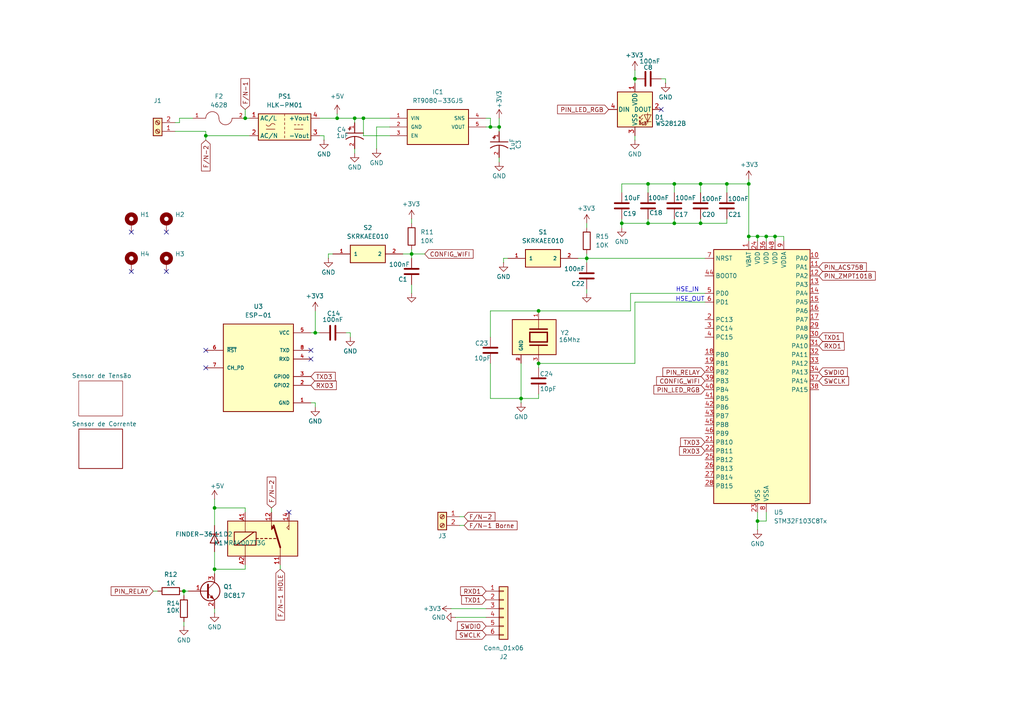
<source format=kicad_sch>
(kicad_sch (version 20231120) (generator "eeschema") (generator_version "8.0")
  (paper "A4")
  (title_block (title "Power Manegement") (date "11/01/2025") (rev "V1") (comment 2 "Trabalho de UPX - 5") (comment 3 "5° Semestre - Engenharia da Computação") (comment 4 "Feito por Kaique Vecchia Alves e Nathalia Atamanchuk"))
  (lib_symbols
    (symbol "4628:4628" (pin_names (offset 1.016))
      (property "Reference" "F" (at -2.54 5.08 0))
      (property "Value" "4628" (at -2.54 -5.08 0))
      (symbol "4628_0_0"
        (pin passive line (at -7.62 0 0) (length 2.54) (name "~") (number "1"))
        (pin passive line (at 7.62 0 180) (length 2.54) (name "~") (number "2"))
      )
    )
    (symbol "Connector:Screw_Terminal_01x02" (pin_names (offset 1.016) hide)
      (property "Reference" "J" (at 0 2.54 0))
      (property "Value" "Screw_Terminal_01x02" (at 0 -5.08 0))
      (symbol "Screw_Terminal_01x02_1_1"
        (pin passive line (at -5.08 0 0) (length 3.81) (name "Pin_1") (number "1"))
        (pin passive line (at -5.08 -2.54 0) (length 3.81) (name "Pin_2") (number "2"))
      )
    )
    (symbol "Connector_Generic:Conn_01x06" (pin_names (offset 1.016) hide)
      (property "Reference" "J" (at 0 7.62 0))
      (property "Value" "Conn_01x06" (at 0 -10.16 0))
      (symbol "Conn_01x06_1_1"
        (pin passive line (at -5.08 5.08 0) (length 3.81) (name "Pin_1") (number "1"))
        (pin passive line (at -5.08 2.54 0) (length 3.81) (name "Pin_2") (number "2"))
        (pin passive line (at -5.08 0 0) (length 3.81) (name "Pin_3") (number "3"))
        (pin passive line (at -5.08 -2.54 0) (length 3.81) (name "Pin_4") (number "4"))
        (pin passive line (at -5.08 -5.08 0) (length 3.81) (name "Pin_5") (number "5"))
        (pin passive line (at -5.08 -7.62 0) (length 3.81) (name "Pin_6") (number "6"))
      )
    )
    (symbol "Converter_ACDC:HLK-PM01"
      (property "Reference" "PS" (at 0 5.08 0))
      (property "Value" "HLK-PM01" (at 0 -5.08 0))
      (symbol "HLK-PM01_1_1"
        (pin power_in line (at -10.16 2.54 0) (length 2.54) (name "AC/L") (number "1"))
        (pin power_in line (at -10.16 -2.54 0) (length 2.54) (name "AC/N") (number "2"))
        (pin power_out line (at 10.16 -2.54 180) (length 2.54) (name "-Vout") (number "3"))
        (pin power_out line (at 10.16 2.54 180) (length 2.54) (name "+Vout") (number "4"))
      )
    )
    (symbol "Device:C" (pin_numbers hide) (pin_names (offset 0.254))
      (property "Reference" "C" (at 0.635 2.54 0))
      (property "Value" "C" (at 0.635 -2.54 0))
      (symbol "C_1_1"
        (pin passive line (at 0 3.81 270) (length 2.794) (name "~") (number "1"))
        (pin passive line (at 0 -3.81 90) (length 2.794) (name "~") (number "2"))
      )
    )
    (symbol "Device:R" (pin_numbers hide) (pin_names (offset 0))
      (property "Reference" "R" (at 2.032 0 90))
      (property "Value" "R" (at 0 0 90))
      (symbol "R_1_1"
        (pin passive line (at 0 3.81 270) (length 1.27) (name "~") (number "1"))
        (pin passive line (at 0 -3.81 90) (length 1.27) (name "~") (number "2"))
      )
    )
    (symbol "Diode:MRA4007T3G" (pin_numbers hide) (pin_names hide)
      (property "Reference" "D" (at 0 2.54 0))
      (property "Value" "MRA4007T3G" (at 0 -2.54 0))
      (symbol "MRA4007T3G_1_1"
        (pin passive line (at -3.81 0 0) (length 2.54) (name "K") (number "1"))
        (pin passive line (at 3.81 0 180) (length 2.54) (name "A") (number "2"))
      )
    )
    (symbol "ESP-01:ESP-01" (pin_names (offset 1.016))
      (property "Reference" "U" (at -10.16 13.208 0))
      (property "Value" "ESP-01" (at -10.16 -12.7 0))
      (symbol "ESP-01_0_0"
        (pin power_in line (at 15.24 -10.16 180) (length 5.08) (name "GND") (number "1"))
        (pin bidirectional line (at 15.24 -5.08 180) (length 5.08) (name "GPIO2") (number "2"))
        (pin bidirectional line (at 15.24 -2.54 180) (length 5.08) (name "GPIO0") (number "3"))
        (pin input line (at 15.24 2.54 180) (length 5.08) (name "RXD") (number "4"))
        (pin power_in line (at 15.24 10.16 180) (length 5.08) (name "VCC") (number "5"))
        (pin input line (at -15.24 5.08 0) (length 5.08) (name "~{RST}") (number "6"))
        (pin input line (at -15.24 0 0) (length 5.08) (name "CH_PD") (number "7"))
        (pin output line (at 15.24 5.08 180) (length 5.08) (name "TXD") (number "8"))
      )
    )
    (symbol "LED:WS2812B" (pin_names (offset 0.254))
      (property "Reference" "D" (at 5.08 5.715 0))
      (property "Value" "WS2812B" (at 1.27 -5.715 0))
      (symbol "WS2812B_0_0"
        (text "RGB" (at 2.286 -4.191 0) (effects (font (size 0.762 0.762))))
      )
      (symbol "WS2812B_1_1"
        (pin power_in line (at 0 7.62 270) (length 2.54) (name "VDD") (number "1"))
        (pin output line (at 7.62 0 180) (length 2.54) (name "DOUT") (number "2"))
        (pin power_in line (at 0 -7.62 90) (length 2.54) (name "VSS") (number "3"))
        (pin input line (at -7.62 0 0) (length 2.54) (name "DIN") (number "4"))
      )
    )
    (symbol "MCU_ST_STM32F1:STM32F103C8Tx"
      (property "Reference" "U" (at -12.7 39.37 0))
      (property "Value" "STM32F103C8Tx" (at 10.16 39.37 0))
      (symbol "STM32F103C8Tx_1_1"
        (pin power_in line (at -2.54 40.64 270) (length 2.54) (name "VBAT") (number "1"))
        (pin bidirectional line (at 17.78 35.56 180) (length 2.54) (name "PA0") (number "10"))
        (pin bidirectional line (at 17.78 33.02 180) (length 2.54) (name "PA1") (number "11"))
        (pin bidirectional line (at 17.78 30.48 180) (length 2.54) (name "PA2") (number "12"))
        (pin bidirectional line (at 17.78 27.94 180) (length 2.54) (name "PA3") (number "13"))
        (pin bidirectional line (at 17.78 25.4 180) (length 2.54) (name "PA4") (number "14"))
        (pin bidirectional line (at 17.78 22.86 180) (length 2.54) (name "PA5") (number "15"))
        (pin bidirectional line (at 17.78 20.32 180) (length 2.54) (name "PA6") (number "16"))
        (pin bidirectional line (at 17.78 17.78 180) (length 2.54) (name "PA7") (number "17"))
        (pin bidirectional line (at -15.24 7.62 0) (length 2.54) (name "PB0") (number "18"))
        (pin bidirectional line (at -15.24 5.08 0) (length 2.54) (name "PB1") (number "19"))
        (pin bidirectional line (at -15.24 17.78 0) (length 2.54) (name "PC13") (number "2"))
        (pin bidirectional line (at -15.24 2.54 0) (length 2.54) (name "PB2") (number "20"))
        (pin bidirectional line (at -15.24 -17.78 0) (length 2.54) (name "PB10") (number "21"))
        (pin bidirectional line (at -15.24 -20.32 0) (length 2.54) (name "PB11") (number "22"))
        (pin power_in line (at 0 -38.1 90) (length 2.54) (name "VSS") (number "23"))
        (pin power_in line (at 0 40.64 270) (length 2.54) (name "VDD") (number "24"))
        (pin bidirectional line (at -15.24 -22.86 0) (length 2.54) (name "PB12") (number "25"))
        (pin bidirectional line (at -15.24 -25.4 0) (length 2.54) (name "PB13") (number "26"))
        (pin bidirectional line (at -15.24 -27.94 0) (length 2.54) (name "PB14") (number "27"))
        (pin bidirectional line (at -15.24 -30.48 0) (length 2.54) (name "PB15") (number "28"))
        (pin bidirectional line (at 17.78 15.24 180) (length 2.54) (name "PA8") (number "29"))
        (pin bidirectional line (at -15.24 15.24 0) (length 2.54) (name "PC14") (number "3"))
        (pin bidirectional line (at 17.78 12.7 180) (length 2.54) (name "PA9") (number "30"))
        (pin bidirectional line (at 17.78 10.16 180) (length 2.54) (name "PA10") (number "31"))
        (pin bidirectional line (at 17.78 7.62 180) (length 2.54) (name "PA11") (number "32"))
        (pin bidirectional line (at 17.78 5.08 180) (length 2.54) (name "PA12") (number "33"))
        (pin bidirectional line (at 17.78 2.54 180) (length 2.54) (name "PA13") (number "34"))
        (pin passive line (at 0 -38.1 90) (length 2.54) hide (name "VSS") (number "35"))
        (pin power_in line (at 2.54 40.64 270) (length 2.54) (name "VDD") (number "36"))
        (pin bidirectional line (at 17.78 0 180) (length 2.54) (name "PA14") (number "37"))
        (pin bidirectional line (at 17.78 -2.54 180) (length 2.54) (name "PA15") (number "38"))
        (pin bidirectional line (at -15.24 0 0) (length 2.54) (name "PB3") (number "39"))
        (pin bidirectional line (at -15.24 12.7 0) (length 2.54) (name "PC15") (number "4"))
        (pin bidirectional line (at -15.24 -2.54 0) (length 2.54) (name "PB4") (number "40"))
        (pin bidirectional line (at -15.24 -5.08 0) (length 2.54) (name "PB5") (number "41"))
        (pin bidirectional line (at -15.24 -7.62 0) (length 2.54) (name "PB6") (number "42"))
        (pin bidirectional line (at -15.24 -10.16 0) (length 2.54) (name "PB7") (number "43"))
        (pin input line (at -15.24 30.48 0) (length 2.54) (name "BOOT0") (number "44"))
        (pin bidirectional line (at -15.24 -12.7 0) (length 2.54) (name "PB8") (number "45"))
        (pin bidirectional line (at -15.24 -15.24 0) (length 2.54) (name "PB9") (number "46"))
        (pin passive line (at 0 -38.1 90) (length 2.54) hide (name "VSS") (number "47"))
        (pin power_in line (at 5.08 40.64 270) (length 2.54) (name "VDD") (number "48"))
        (pin bidirectional line (at -15.24 25.4 0) (length 2.54) (name "PD0") (number "5"))
        (pin bidirectional line (at -15.24 22.86 0) (length 2.54) (name "PD1") (number "6"))
        (pin input line (at -15.24 35.56 0) (length 2.54) (name "NRST") (number "7"))
        (pin power_in line (at 2.54 -38.1 90) (length 2.54) (name "VSSA") (number "8"))
        (pin power_in line (at 7.62 40.64 270) (length 2.54) (name "VDDA") (number "9"))
      )
    )
    (symbol "Mechanical:MountingHole_Pad" (pin_numbers hide) (pin_names (offset 1.016) hide) (exclude_from_sim yes) (in_bom no)
      (property "Reference" "H" (at 0 6.35 0))
      (property "Value" "MountingHole_Pad" (at 0 4.445 0))
      (symbol "MountingHole_Pad_1_1"
        (pin input line (at 0 -2.54 90) (length 2.54) (name "1") (number "1"))
      )
    )
    (symbol "RT9080-33GJ5:RT9080-33GJ5" (pin_names (offset 1.016))
      (property "Reference" "IC" (at 24.13 7.62 0))
      (property "Value" "RT9080-33GJ5" (at 24.13 5.08 0))
      (symbol "RT9080-33GJ5_0_0"
        (pin bidirectional line (at 0 0 0) (length 5.08) (name "VIN") (number "1"))
        (pin bidirectional line (at 0 -2.54 0) (length 5.08) (name "GND") (number "2"))
        (pin bidirectional line (at 0 -5.08 0) (length 5.08) (name "EN") (number "3"))
        (pin bidirectional line (at 27.94 0 180) (length 5.08) (name "SNS") (number "4"))
        (pin bidirectional line (at 27.94 -2.54 180) (length 5.08) (name "VOUT") (number "5"))
      )
    )
    (symbol "Relay:FINDER-36.11"
      (property "Reference" "K" (at 11.43 3.81 0))
      (property "Value" "FINDER-36.11" (at 11.43 1.27 0))
      (symbol "FINDER-36.11_1_1"
        (pin passive line (at 5.08 -7.62 90) (length 2.54) (name "~") (number "11"))
        (pin passive line (at 2.54 7.62 270) (length 2.54) (name "~") (number "12"))
        (pin passive line (at 7.62 7.62 270) (length 2.54) (name "~") (number "14"))
        (pin passive line (at -5.08 7.62 270) (length 2.54) (name "~") (number "A1"))
        (pin passive line (at -5.08 -7.62 90) (length 2.54) (name "~") (number "A2"))
      )
    )
    (symbol "SKRKAEE010:SKRKAEE010" (pin_names (offset 1.016))
      (property "Reference" "S" (at 10.1893 5.0946 0))
      (property "Value" "SKRKAEE010" (at 10.1811 -5.0906 0))
      (symbol "SKRKAEE010_0_0"
        (pin passive line (at 0 0 0) (length 5.08) (name "1") (number "1"))
        (pin passive line (at 20.32 0 180) (length 5.08) (name "2") (number "2"))
      )
    )
    (symbol "T491A105M025AG:T491A105M025AG" (pin_names (offset 1.016))
      (property "Reference" "C" (at -5.08 3.8109 0))
      (property "Value" "T491A105M025AG" (at -5.08 -5.0885 0))
      (symbol "T491A105M025AG_0_0"
        (pin passive line (at -5.08 0 0) (length 2.54) (name "~") (number "1"))
        (pin passive line (at 2.54 0 180) (length 2.54) (name "~") (number "2"))
      )
    )
    (symbol "TSX-3225_25.0000MF10Z-W:TSX-3225_25.0000MF10Z-W" (pin_names (offset 1.016))
      (property "Reference" "Y" (at -5.0878 6.3559 0))
      (property "Value" "TSX-3225_25.0000MF10Z-W" (at -5.0944 -10.16 0))
      (symbol "TSX-3225_25.0000MF10Z-W_0_0"
        (pin passive line (at -7.62 0 0) (length 2.54) (name "~") (number "1"))
        (pin power_in line (at 7.62 -5.08 180) (length 2.54) (name "GND") (number "2"))
        (pin passive line (at 7.62 0 180) (length 2.54) (name "~") (number "3"))
        (pin power_in line (at 7.62 -5.08 180) (length 2.54) (name "GND") (number "4"))
      )
    )
    (symbol "Transistor_BJT:BC817" (pin_names (offset 0) hide)
      (property "Reference" "Q" (at 5.08 1.905 0))
      (property "Value" "BC817" (at 5.08 0 0))
      (symbol "BC817_1_1"
        (pin input line (at -5.08 0 0) (length 5.715) (name "B") (number "1"))
        (pin passive line (at 2.54 -5.08 90) (length 2.54) (name "E") (number "2"))
        (pin passive line (at 2.54 5.08 270) (length 2.54) (name "C") (number "3"))
      )
    )
    (symbol "power:+3V3" (power) (pin_numbers hide) (pin_names (offset 0) hide)
      (property "Value" "+3V3" (at 0 3.556 0))
      (symbol "+3V3_1_1"
        (pin power_in line (at 0 0 90) (length 0) (name "~") (number "1"))
      )
    )
    (symbol "power:+5V" (power) (pin_numbers hide) (pin_names (offset 0) hide)
      (property "Value" "+5V" (at 0 3.556 0))
      (symbol "+5V_1_1"
        (pin power_in line (at 0 0 90) (length 0) (name "~") (number "1"))
      )
    )
    (symbol "power:GND" (power) (pin_numbers hide) (pin_names (offset 0) hide)
      (property "Value" "GND" (at 0 -3.81 0))
      (symbol "GND_1_1"
        (pin power_in line (at 0 0 270) (length 0) (name "~") (number "1"))
      )
    )
  )
  (junction (at 184.15 22.86))
  (junction (at 203.2 64.77))
  (junction (at 142.24 36.83))
  (junction (at 151.13 115.57))
  (junction (at 217.17 53.34))
  (junction (at 71.12 34.29))
  (junction (at 224.79 68.58))
  (junction (at 187.96 53.34))
  (junction (at 217.17 68.58))
  (junction (at 102.87 34.29))
  (junction (at 59.69 39.37))
  (junction (at 219.71 151.13))
  (junction (at 170.18 74.93))
  (junction (at 195.58 64.77))
  (junction (at 219.71 68.58))
  (junction (at 156.21 105.41))
  (junction (at 156.21 90.17))
  (junction (at 62.23 147.32))
  (junction (at 144.78 36.83))
  (junction (at 62.23 165.1))
  (junction (at 203.2 53.34))
  (junction (at 105.41 34.29))
  (junction (at 222.25 68.58))
  (junction (at 119.38 73.66))
  (junction (at 210.82 53.34))
  (junction (at 53.34 171.45))
  (junction (at 195.58 53.34))
  (junction (at 97.79 34.29))
  (junction (at 91.44 96.52))
  (junction (at 180.34 64.77))
  (junction (at 187.96 64.77))
  (no_connect (at 48.26 78.74))
  (no_connect (at 83.82 148.59))
  (no_connect (at 90.17 101.6))
  (no_connect (at 90.17 104.14))
  (no_connect (at 38.1 78.74))
  (no_connect (at 48.26 67.31))
  (no_connect (at 59.69 101.6))
  (no_connect (at 38.1 67.31))
  (no_connect (at 59.69 106.68))
  (no_connect (at 191.77 31.75))
  (wire (pts (xy 195.58 53.34) (xy 203.2 53.34)))
  (wire (pts (xy 210.82 53.34) (xy 217.17 53.34)))
  (wire (pts (xy 193.04 24.13) (xy 193.04 22.86)))
  (wire (pts (xy 140.97 176.53) (xy 130.81 176.53)))
  (wire (pts (xy 133.35 152.4) (xy 134.62 152.4)))
  (wire (pts (xy 97.79 34.29) (xy 102.87 34.29)))
  (wire (pts (xy 180.34 53.34) (xy 187.96 53.34)))
  (wire (pts (xy 142.24 115.57) (xy 151.13 115.57)))
  (wire (pts (xy 144.78 36.83) (xy 144.78 38.1)))
  (wire (pts (xy 156.21 90.17) (xy 182.88 90.17)))
  (wire (pts (xy 50.8 38.1) (xy 59.69 38.1)))
  (wire (pts (xy 91.44 90.17) (xy 91.44 96.52)))
  (wire (pts (xy 219.71 151.13) (xy 219.71 153.67)))
  (wire (pts (xy 101.6 96.52) (xy 100.33 96.52)))
  (wire (pts (xy 71.12 147.32) (xy 62.23 147.32)))
  (wire (pts (xy 219.71 148.59) (xy 219.71 151.13)))
  (wire (pts (xy 95.25 74.93) (xy 95.25 73.66)))
  (wire (pts (xy 210.82 53.34) (xy 210.82 55.88)))
  (wire (pts (xy 195.58 53.34) (xy 195.58 55.88)))
  (wire (pts (xy 144.78 34.29) (xy 144.78 36.83)))
  (wire (pts (xy 184.15 87.63) (xy 184.15 105.41)))
  (wire (pts (xy 222.25 148.59) (xy 222.25 151.13)))
  (wire (pts (xy 193.04 22.86) (xy 191.77 22.86)))
  (wire (pts (xy 156.21 115.57) (xy 151.13 115.57)))
  (wire (pts (xy 210.82 64.77) (xy 203.2 64.77)))
  (wire (pts (xy 109.22 43.18) (xy 109.22 36.83)))
  (wire (pts (xy 217.17 68.58) (xy 219.71 68.58)))
  (wire (pts (xy 62.23 144.78) (xy 62.23 147.32)))
  (wire (pts (xy 187.96 53.34) (xy 195.58 53.34)))
  (wire (pts (xy 184.15 39.37) (xy 184.15 40.64)))
  (wire (pts (xy 62.23 165.1) (xy 62.23 166.37)))
  (wire (pts (xy 97.79 33.02) (xy 97.79 34.29)))
  (wire (pts (xy 195.58 64.77) (xy 203.2 64.77)))
  (wire (pts (xy 91.44 96.52) (xy 90.17 96.52)))
  (wire (pts (xy 101.6 97.79) (xy 101.6 96.52)))
  (wire (pts (xy 203.2 53.34) (xy 203.2 55.88)))
  (wire (pts (xy 71.12 165.1) (xy 71.12 163.83)))
  (wire (pts (xy 71.12 31.75) (xy 71.12 34.29)))
  (wire (pts (xy 53.34 180.34) (xy 53.34 181.61)))
  (wire (pts (xy 203.2 53.34) (xy 210.82 53.34)))
  (wire (pts (xy 59.69 39.37) (xy 59.69 38.1)))
  (wire (pts (xy 102.87 43.18) (xy 102.87 44.45)))
  (wire (pts (xy 71.12 34.29) (xy 72.39 34.29)))
  (wire (pts (xy 156.21 105.41) (xy 156.21 106.68)))
  (wire (pts (xy 78.74 147.32) (xy 78.74 148.59)))
  (wire (pts (xy 180.34 63.5) (xy 180.34 64.77)))
  (wire (pts (xy 146.05 74.93) (xy 147.32 74.93)))
  (wire (pts (xy 52.07 35.56) (xy 50.8 35.56)))
  (wire (pts (xy 91.44 116.84) (xy 90.17 116.84)))
  (wire (pts (xy 93.98 39.37) (xy 93.98 40.64)))
  (wire (pts (xy 93.98 39.37) (xy 92.71 39.37)))
  (wire (pts (xy 144.78 45.72) (xy 144.78 46.99)))
  (wire (pts (xy 224.79 68.58) (xy 224.79 69.85)))
  (wire (pts (xy 142.24 105.41) (xy 142.24 115.57)))
  (wire (pts (xy 116.84 73.66) (xy 119.38 73.66)))
  (wire (pts (xy 170.18 74.93) (xy 204.47 74.93)))
  (wire (pts (xy 62.23 160.02) (xy 62.23 165.1)))
  (wire (pts (xy 195.58 64.77) (xy 187.96 64.77)))
  (wire (pts (xy 133.35 149.86) (xy 134.62 149.86)))
  (wire (pts (xy 170.18 73.66) (xy 170.18 74.93)))
  (wire (pts (xy 142.24 34.29) (xy 142.24 36.83)))
  (wire (pts (xy 184.15 22.86) (xy 184.15 24.13)))
  (wire (pts (xy 151.13 115.57) (xy 151.13 116.84)))
  (wire (pts (xy 109.22 36.83) (xy 113.03 36.83)))
  (wire (pts (xy 105.41 34.29) (xy 105.41 39.37)))
  (wire (pts (xy 119.38 72.39) (xy 119.38 73.66)))
  (wire (pts (xy 170.18 74.93) (xy 170.18 76.2)))
  (wire (pts (xy 53.34 171.45) (xy 54.61 171.45)))
  (wire (pts (xy 156.21 105.41) (xy 184.15 105.41)))
  (wire (pts (xy 52.07 34.29) (xy 55.88 34.29)))
  (wire (pts (xy 92.71 34.29) (xy 97.79 34.29)))
  (wire (pts (xy 142.24 36.83) (xy 144.78 36.83)))
  (wire (pts (xy 102.87 34.29) (xy 105.41 34.29)))
  (wire (pts (xy 119.38 82.55) (xy 119.38 85.09)))
  (wire (pts (xy 182.88 90.17) (xy 182.88 85.09)))
  (wire (pts (xy 219.71 68.58) (xy 222.25 68.58)))
  (wire (pts (xy 187.96 63.5) (xy 187.96 64.77)))
  (wire (pts (xy 217.17 53.34) (xy 217.17 68.58)))
  (wire (pts (xy 217.17 52.07) (xy 217.17 53.34)))
  (wire (pts (xy 222.25 151.13) (xy 219.71 151.13)))
  (wire (pts (xy 140.97 179.07) (xy 132.08 179.07)))
  (wire (pts (xy 146.05 76.2) (xy 146.05 74.93)))
  (wire (pts (xy 167.64 74.93) (xy 170.18 74.93)))
  (wire (pts (xy 219.71 68.58) (xy 219.71 69.85)))
  (wire (pts (xy 95.25 73.66) (xy 96.52 73.66)))
  (wire (pts (xy 195.58 63.5) (xy 195.58 64.77)))
  (wire (pts (xy 113.03 39.37) (xy 105.41 39.37)))
  (wire (pts (xy 142.24 90.17) (xy 156.21 90.17)))
  (wire (pts (xy 170.18 83.82) (xy 170.18 85.09)))
  (wire (pts (xy 156.21 114.3) (xy 156.21 115.57)))
  (wire (pts (xy 203.2 64.77) (xy 203.2 63.5)))
  (wire (pts (xy 210.82 63.5) (xy 210.82 64.77)))
  (wire (pts (xy 180.34 53.34) (xy 180.34 55.88)))
  (wire (pts (xy 62.23 147.32) (xy 62.23 152.4)))
  (wire (pts (xy 71.12 147.32) (xy 71.12 148.59)))
  (wire (pts (xy 71.12 165.1) (xy 62.23 165.1)))
  (wire (pts (xy 180.34 64.77) (xy 187.96 64.77)))
  (wire (pts (xy 52.07 34.29) (xy 52.07 35.56)))
  (wire (pts (xy 119.38 63.5) (xy 119.38 64.77)))
  (wire (pts (xy 72.39 39.37) (xy 59.69 39.37)))
  (wire (pts (xy 227.33 69.85) (xy 227.33 68.58)))
  (wire (pts (xy 142.24 90.17) (xy 142.24 97.79)))
  (wire (pts (xy 180.34 64.77) (xy 180.34 66.04)))
  (wire (pts (xy 140.97 36.83) (xy 142.24 36.83)))
  (wire (pts (xy 184.15 20.32) (xy 184.15 22.86)))
  (wire (pts (xy 62.23 176.53) (xy 62.23 177.8)))
  (wire (pts (xy 204.47 87.63) (xy 184.15 87.63)))
  (wire (pts (xy 224.79 68.58) (xy 227.33 68.58)))
  (wire (pts (xy 81.28 163.83) (xy 81.28 165.1)))
  (wire (pts (xy 45.72 171.45) (xy 44.45 171.45)))
  (wire (pts (xy 170.18 64.77) (xy 170.18 66.04)))
  (wire (pts (xy 217.17 68.58) (xy 217.17 69.85)))
  (wire (pts (xy 53.34 171.45) (xy 53.34 172.72)))
  (wire (pts (xy 102.87 34.29) (xy 102.87 35.56)))
  (wire (pts (xy 222.25 68.58) (xy 222.25 69.85)))
  (wire (pts (xy 119.38 73.66) (xy 119.38 74.93)))
  (wire (pts (xy 91.44 96.52) (xy 92.71 96.52)))
  (wire (pts (xy 105.41 34.29) (xy 113.03 34.29)))
  (wire (pts (xy 91.44 118.11) (xy 91.44 116.84)))
  (wire (pts (xy 182.88 85.09) (xy 204.47 85.09)))
  (wire (pts (xy 119.38 73.66) (xy 123.19 73.66)))
  (wire (pts (xy 140.97 34.29) (xy 142.24 34.29)))
  (wire (pts (xy 151.13 105.41) (xy 151.13 115.57)))
  (wire (pts (xy 222.25 68.58) (xy 224.79 68.58)))
  (wire (pts (xy 187.96 53.34) (xy 187.96 55.88)))
  (wire (pts (xy 59.69 39.37) (xy 59.69 40.64)))
  (text "HSE_IN\n" (at 199.39 84.074 0) (effects (font (size 1.27 1.27))))
  (text "HSE_OUT" (at 200.152 86.868 0) (effects (font (size 1.27 1.27))))
  (global_label "F{slash}N-1 HOLE" (shape input) (at 81.28 165.1 270) (property "Intersheetrefs" "${INTERSHEET_REFS}" (effects (hide yes))))
  (global_label "F{slash}N-2" (shape input) (at 78.74 147.32 90) (property "Intersheetrefs" "${INTERSHEET_REFS}" (effects (hide yes))))
  (global_label "PIN_LED_RGB" (shape input) (at 176.53 31.75 180) (property "Intersheetrefs" "${INTERSHEET_REFS}" (effects (hide yes))))
  (global_label "SWDIO" (shape input) (at 140.97 181.61 180) (property "Intersheetrefs" "${INTERSHEET_REFS}" (effects (hide yes))))
  (global_label "CONFIG_WIFI" (shape input) (at 204.47 110.49 180) (property "Intersheetrefs" "${INTERSHEET_REFS}" (effects (hide yes))))
  (global_label "TXD3" (shape input) (at 204.47 128.27 180) (property "Intersheetrefs" "${INTERSHEET_REFS}" (effects (hide yes))))
  (global_label "TXD1" (shape input) (at 140.97 173.99 180) (property "Intersheetrefs" "${INTERSHEET_REFS}" (effects (hide yes))))
  (global_label "PIN_ACS758" (shape input) (at 237.49 77.47 0) (property "Intersheetrefs" "${INTERSHEET_REFS}" (effects (hide yes))))
  (global_label "TXD1" (shape input) (at 237.49 97.79 0) (property "Intersheetrefs" "${INTERSHEET_REFS}" (effects (hide yes))))
  (global_label "SWCLK" (shape input) (at 237.49 110.49 0) (property "Intersheetrefs" "${INTERSHEET_REFS}" (effects (hide yes))))
  (global_label "RXD1" (shape input) (at 140.97 171.45 180) (property "Intersheetrefs" "${INTERSHEET_REFS}" (effects (hide yes))))
  (global_label "SWDIO" (shape input) (at 237.49 107.95 0) (property "Intersheetrefs" "${INTERSHEET_REFS}" (effects (hide yes))))
  (global_label "SWCLK" (shape input) (at 140.97 184.15 180) (property "Intersheetrefs" "${INTERSHEET_REFS}" (effects (hide yes))))
  (global_label "F{slash}N-2" (shape input) (at 134.62 149.86 0) (property "Intersheetrefs" "${INTERSHEET_REFS}" (effects (hide yes))))
  (global_label "PIN_RELAY" (shape input) (at 44.45 171.45 180) (property "Intersheetrefs" "${INTERSHEET_REFS}" (effects (hide yes))))
  (global_label "RXD3" (shape input) (at 90.17 111.76 0) (property "Intersheetrefs" "${INTERSHEET_REFS}" (effects (hide yes))))
  (global_label "TXD3" (shape input) (at 90.17 109.22 0) (property "Intersheetrefs" "${INTERSHEET_REFS}" (effects (hide yes))))
  (global_label "RXD3" (shape input) (at 204.47 130.81 180) (property "Intersheetrefs" "${INTERSHEET_REFS}" (effects (hide yes))))
  (global_label "RXD1" (shape input) (at 237.49 100.33 0) (property "Intersheetrefs" "${INTERSHEET_REFS}" (effects (hide yes))))
  (global_label "PIN_LED_RGB" (shape input) (at 204.47 113.03 180) (property "Intersheetrefs" "${INTERSHEET_REFS}" (effects (hide yes))))
  (global_label "F{slash}N-1 Borne" (shape input) (at 134.62 152.4 0) (property "Intersheetrefs" "${INTERSHEET_REFS}" (effects (hide yes))))
  (global_label "PIN_ZMPT101B" (shape input) (at 237.49 80.01 0) (property "Intersheetrefs" "${INTERSHEET_REFS}" (effects (hide yes))))
  (global_label "PIN_RELAY" (shape input) (at 204.47 107.95 180) (property "Intersheetrefs" "${INTERSHEET_REFS}" (effects (hide yes))))
  (global_label "CONFIG_WIFI" (shape input) (at 123.19 73.66 0) (property "Intersheetrefs" "${INTERSHEET_REFS}" (effects (hide yes))))
  (global_label "F{slash}N-1" (shape input) (at 71.12 31.75 90) (property "Intersheetrefs" "${INTERSHEET_REFS}" (effects (hide yes))))
  (global_label "F{slash}N-2" (shape input) (at 59.69 40.64 270) (property "Intersheetrefs" "${INTERSHEET_REFS}" (effects (hide yes))))
  (symbol (lib_id "power:GND") (at 193.04 24.13 0) (unit 1)
    (property "Reference" "#PWR012" (effects (hide yes)))
    (property "Value" "GND" (at 193.04 28.194 0))
    (property "Description" "Power symbol creates a global label with name \"GND\" , ground" (effects (hide yes)))
  )
  (symbol (lib_id "T491A105M025AG:T491A105M025AG") (at 102.87 40.64 270) (unit 1)
    (property "Reference" "C4" (at 99.06 37.592 90))
    (property "Value" "1uF" (at 99.314 39.37 90))
    (property "Footprint" "T491A105M025AG:CAPMP3216X180N" (effects (hide yes)))
    (property "MF" "KEMET" (effects (hide yes)))
    (property "MAXIMUM_PACKAGE_HEIGHT" "1.8 mm" (effects (hide yes)))
    (property "Package" "SMD-2 KEMET" (effects (hide yes)))
    (property "Price" "None" (effects (hide yes)))
    (property "Check_prices" "https://www.snapeda.com/parts/T491A105M025AG/KEMET/view-part/?ref=eda" (effects (hide yes)))
    (property "STANDARD" "IPC 7351B" (effects (hide yes)))
    (property "PARTREV" "N/A" (effects (hide yes)))
    (property "SnapEDA_Link" "https://www.snapeda.com/parts/T491A105M025AG/KEMET/view-part/?ref=snap" (effects (hide yes)))
    (property "MP" "T491A105M025AG" (effects (hide yes)))
    (property "Description_1" "\n1µF Molded Tantalum Capacitors 25V 1206 (3216 Metric) 8Ohm\n" (effects (hide yes)))
    (property "Availability" "In Stock" (effects (hide yes)))
    (property "MANUFACTURER" "KEMET" (effects (hide yes)))
  )
  (symbol (lib_id "power:+3V3") (at 144.78 34.29 0) (unit 1)
    (property "Reference" "#PWR016" (effects (hide yes)))
    (property "Value" "+3V3" (at 144.78 31.496 90) (effects (justify left)))
    (property "Description" "Power symbol creates a global label with name \"+3V3\"" (effects (hide yes)))
  )
  (symbol (lib_id "Device:R") (at 170.18 69.85 0) (unit 1)
    (property "Reference" "R15" (at 172.72 68.5799 0) (effects (justify left)))
    (property "Value" "10K" (at 172.72 71.1199 0) (effects (justify left)))
    (property "Footprint" "Resistor_SMD:R_0805_2012Metric_Pad1.20x1.40mm_HandSolder" (effects (hide yes)))
    (property "Description" "Resistor" (effects (hide yes)))
  )
  (symbol (lib_id "power:GND") (at 109.22 43.18 0) (unit 1)
    (property "Reference" "#PWR04" (effects (hide yes)))
    (property "Value" "GND" (at 109.22 47.244 0))
    (property "Description" "Power symbol creates a global label with name \"GND\" , ground" (effects (hide yes)))
  )
  (symbol (lib_id "power:+5V") (at 62.23 144.78 0) (unit 1)
    (property "Reference" "#PWR028" (effects (hide yes)))
    (property "Value" "+5V" (at 60.96 140.97 0) (effects (justify left)))
    (property "Description" "Power symbol creates a global label with name \"+5V\"" (effects (hide yes)))
  )
  (symbol (lib_id "Device:C") (at 187.96 59.69 0) (mirror x) (unit 1)
    (property "Reference" "C18" (at 190.246 61.722 0))
    (property "Value" "100nF" (at 191.008 57.404 0))
    (property "Footprint" "Capacitor_SMD:C_0805_2012Metric" (effects (hide yes)))
    (property "Description" "Unpolarized capacitor" (effects (hide yes)))
  )
  (symbol (lib_id "Diode:MRA4007T3G") (at 62.23 156.21 270) (unit 1)
    (property "Reference" "D2" (at 64.77 154.9399 90) (effects (justify left)))
    (property "Value" "MRA4007T3G" (at 64.77 157.4799 90) (effects (justify left)))
    (property "Footprint" "Diode_SMD:D_SMA_Handsoldering" (effects (hide yes)))
    (property "Datasheet" "http://www.onsemi.com/pub_link/Collateral/MRA4003T3-D.PDF" (effects (hide yes)))
    (property "Description" "1000V, 1A, General Purpose Rectifier Diode, SMA(DO-214AC)" (effects (hide yes)))
    (property "Sim.Device" "D" (effects (hide yes)))
    (property "Sim.Pins" "1=K 2=A" (effects (hide yes)))
  )
  (symbol (lib_id "Connector:Screw_Terminal_01x02") (at 128.27 149.86 0) (mirror y) (unit 1)
    (property "Reference" "J3" (at 128.27 155.448 0))
    (property "Value" "Screw_Terminal_01x02" (effects (hide yes)))
    (property "Footprint" "TerminalBlock:TerminalBlock_Altech_AK300-2_P5.00mm" (effects (hide yes)))
    (property "Description" "Generic screw terminal, single row, 01x02, script generated (kicad-library-utils/schlib/autogen/connector/)" (effects (hide yes)))
  )
  (symbol (lib_id "Connector_Generic:Conn_01x06") (at 146.05 176.53 0) (unit 1)
    (property "Reference" "J2" (at 146.05 190.5 0))
    (property "Value" "Conn_01x06" (at 146.05 187.96 0))
    (property "Footprint" "Connector_Molex:Molex_KK-254_AE-6410-06A_1x06_P2.54mm_Vertical" (effects (hide yes)))
    (property "Description" "Generic connector, single row, 01x06, script generated (kicad-library-utils/schlib/autogen/connector/)" (effects (hide yes)))
  )
  (symbol (lib_id "power:GND") (at 184.15 40.64 0) (unit 1)
    (property "Reference" "#PWR011" (effects (hide yes)))
    (property "Value" "GND" (at 184.15 44.704 0))
    (property "Description" "Power symbol creates a global label with name \"GND\" , ground" (effects (hide yes)))
  )
  (symbol (lib_id "Device:C") (at 203.2 59.69 0) (mirror x) (unit 1)
    (property "Reference" "C20" (at 205.486 62.23 0))
    (property "Value" "100nF" (at 206.502 57.658 0))
    (property "Footprint" "Capacitor_SMD:C_0805_2012Metric" (effects (hide yes)))
    (property "Description" "Unpolarized capacitor" (effects (hide yes)))
  )
  (symbol (lib_id "Relay:FINDER-36.11") (at 76.2 156.21 0) (unit 1)
    (property "Reference" "K1" (at 64.77 157.4801 0) (effects (justify right)))
    (property "Value" "FINDER-36.11" (at 64.77 154.9401 0) (effects (justify right)))
    (property "Footprint" "Relay_THT:Relay_SPDT_Finder_36.11" (effects (hide yes)))
    (property "Datasheet" "https://gfinder.findernet.com/public/attachments/36/EN/S36EN.pdf" (effects (hide yes)))
    (property "Description" "FINDER 36.11, SPDT relay, 10A" (effects (hide yes)))
  )
  (symbol (lib_id "power:GND") (at 219.71 153.67 0) (unit 1)
    (property "Reference" "#PWR034" (effects (hide yes)))
    (property "Value" "GND" (at 219.71 157.734 0))
    (property "Description" "Power symbol creates a global label with name \"GND\" , ground" (effects (hide yes)))
  )
  (symbol (lib_id "Device:C") (at 210.82 59.69 0) (mirror x) (unit 1)
    (property "Reference" "C21" (at 213.106 62.23 0))
    (property "Value" "100nF" (at 214.122 57.658 0))
    (property "Footprint" "Capacitor_SMD:C_0805_2012Metric" (effects (hide yes)))
    (property "Description" "Unpolarized capacitor" (effects (hide yes)))
  )
  (symbol (lib_id "power:GND") (at 53.34 181.61 0) (mirror y) (unit 1)
    (property "Reference" "#PWR035" (effects (hide yes)))
    (property "Value" "GND" (at 53.34 185.674 0))
    (property "Description" "Power symbol creates a global label with name \"GND\" , ground" (effects (hide yes)))
  )
  (symbol (lib_id "power:GND") (at 146.05 76.2 0) (unit 1)
    (property "Reference" "#PWR038" (effects (hide yes)))
    (property "Value" "GND" (at 146.05 80.264 0))
    (property "Description" "Power symbol creates a global label with name \"GND\" , ground" (effects (hide yes)))
  )
  (symbol (lib_id "TSX-3225_25.0000MF10Z-W:TSX-3225_25.0000MF10Z-W") (at 156.21 97.79 270) (unit 1)
    (property "Reference" "Y2" (at 162.56 96.5199 90) (effects (justify left)))
    (property "Value" "16Mhz" (at 162.052 98.552 90) (effects (justify left)))
    (property "Footprint" "TSX-3225_25.0000MF10Z-W:XTAL_TSX-3225_25.0000MF10Z-W" (effects (hide yes)))
    (property "MF" "EPSON" (effects (hide yes)))
    (property "MAXIMUM_PACKAGE_HEIGHT" "0.6 mm" (effects (hide yes)))
    (property "Package" "NON STANDARD-4 EPSON" (effects (hide yes)))
    (property "Price" "None" (effects (hide yes)))
    (property "Check_prices" "https://www.snapeda.com/parts/TSX-3225%2025.0000MF10Z-W/EPSON/view-part/?ref=eda" (effects (hide yes)))
    (property "STANDARD" "Manufacturer Recommendations" (effects (hide yes)))
    (property "PARTREV" "N/A" (effects (hide yes)))
    (property "SnapEDA_Link" "https://www.snapeda.com/parts/TSX-3225%2025.0000MF10Z-W/EPSON/view-part/?ref=snap" (effects (hide yes)))
    (property "MP" "TSX-3225 25.0000MF10Z-W" (effects (hide yes)))
    (property "Description_1" "\n                        \n                            CRYSTAL 25.0000MHZ 12PF SMD\n                        \n" (effects (hide yes)))
    (property "Availability" "In Stock" (effects (hide yes)))
    (property "MANUFACTURER" "EPSON" (effects (hide yes)))
  )
  (symbol (lib_id "power:GND") (at 101.6 97.79 0) (unit 1)
    (property "Reference" "#PWR033" (effects (hide yes)))
    (property "Value" "GND" (at 101.6 101.854 0))
    (property "Description" "Power symbol creates a global label with name \"GND\" , ground" (effects (hide yes)))
  )
  (symbol (lib_id "T491A105M025AG:T491A105M025AG") (at 144.78 43.18 270) (unit 1)
    (property "Reference" "C3" (at 150.368 41.91 0))
    (property "Value" "1uF" (at 148.59 41.91 0))
    (property "Footprint" "T491A105M025AG:CAPMP3216X180N" (effects (hide yes)))
    (property "MF" "KEMET" (effects (hide yes)))
    (property "MAXIMUM_PACKAGE_HEIGHT" "1.8 mm" (effects (hide yes)))
    (property "Package" "SMD-2 KEMET" (effects (hide yes)))
    (property "Price" "None" (effects (hide yes)))
    (property "Check_prices" "https://www.snapeda.com/parts/T491A105M025AG/KEMET/view-part/?ref=eda" (effects (hide yes)))
    (property "STANDARD" "IPC 7351B" (effects (hide yes)))
    (property "PARTREV" "N/A" (effects (hide yes)))
    (property "SnapEDA_Link" "https://www.snapeda.com/parts/T491A105M025AG/KEMET/view-part/?ref=snap" (effects (hide yes)))
    (property "MP" "T491A105M025AG" (effects (hide yes)))
    (property "Description_1" "\n1µF Molded Tantalum Capacitors 25V 1206 (3216 Metric) 8Ohm\n" (effects (hide yes)))
    (property "Availability" "In Stock" (effects (hide yes)))
    (property "MANUFACTURER" "KEMET" (effects (hide yes)))
  )
  (symbol (lib_id "power:+3V3") (at 130.81 176.53 90) (unit 1)
    (property "Reference" "#PWR023" (effects (hide yes)))
    (property "Value" "+3V3" (at 128.016 176.53 90) (effects (justify left)))
    (property "Description" "Power symbol creates a global label with name \"+3V3\"" (effects (hide yes)))
  )
  (symbol (lib_id "Device:C") (at 156.21 110.49 180) (unit 1)
    (property "Reference" "C24" (at 158.496 108.458 0))
    (property "Value" "10pF" (at 159.004 112.776 0))
    (property "Footprint" "Capacitor_SMD:C_0805_2012Metric" (effects (hide yes)))
    (property "Description" "Unpolarized capacitor" (effects (hide yes)))
  )
  (symbol (lib_id "RT9080-33GJ5:RT9080-33GJ5") (at 113.03 34.29 0) (unit 1)
    (property "Reference" "IC1" (at 127 26.67 0))
    (property "Value" "RT9080-33GJ5" (at 127 29.21 0))
    (property "Footprint" "RT9080-33GJ5:SOT94P280X100-5N" (effects (hide yes)))
    (property "Manufacturer_Name" "RICHTEK" (effects (hide yes)))
    (property "MF" "Richtek USA" (effects (hide yes)))
    (property "Mouser_Price-Stock" "https://www.mouser.co.uk/ProductDetail/Richtek/RT9080-33GJ5?qs=amGC7iS6iy9hJG6yuLjyPQ%3D%3D" (effects (hide yes)))
    (property "Description_1" "\nLinear Voltage Regulator IC Positive Fixed 1 Output 600mA TSOT-23-5\n" (effects (hide yes)))
    (property "Mouser_Part_Number" "835-RT9080-33GJ5" (effects (hide yes)))
    (property "Price" "None" (effects (hide yes)))
    (property "Package" "TSOT-23 Richtek" (effects (hide yes)))
    (property "Check_prices" "https://www.snapeda.com/parts/RT9080-33GJ5/Richtek+USA+Inc./view-part/?ref=eda" (effects (hide yes)))
    (property "Height" "1mm" (effects (hide yes)))
    (property "SnapEDA_Link" "https://www.snapeda.com/parts/RT9080-33GJ5/Richtek+USA+Inc./view-part/?ref=snap" (effects (hide yes)))
    (property "MP" "RT9080-33GJ5" (effects (hide yes)))
    (property "Purchase-URL" "https://www.snapeda.com/api/url_track_click_mouser/?unipart_id=1406383&manufacturer=Richtek USA&part_name=RT9080-33GJ5&search_term=rt9080" (effects (hide yes)))
    (property "Availability" "In Stock" (effects (hide yes)))
    (property "Manufacturer_Part_Number" "RT9080-33GJ5" (effects (hide yes)))
  )
  (symbol (lib_id "SKRKAEE010:SKRKAEE010") (at 96.52 73.66 0) (unit 1)
    (property "Reference" "S2" (at 106.68 66.04 0))
    (property "Value" "SKRKAEE010" (at 106.68 68.58 0))
    (property "Footprint" "SKRKAEE010:SKRK" (effects (hide yes)))
    (property "MF" "ALPS" (effects (hide yes)))
    (property "Description_1" "\n                        \n                            Switch Tactile N.O. SPST Round Button Gull Wing 0.05A 12VDC 1.57N SMD T/R\n                        \n" (effects (hide yes)))
    (property "Price" "None" (effects (hide yes)))
    (property "Package" "None" (effects (hide yes)))
    (property "Check_prices" "https://www.snapeda.com/parts/SKRKAEE010/ALPS/view-part/?ref=eda" (effects (hide yes)))
    (property "Manufacturer_Name" "ALPS" (effects (hide yes)))
    (property "Height" "mm" (effects (hide yes)))
    (property "SnapEDA_Link" "https://www.snapeda.com/parts/SKRKAEE010/ALPS/view-part/?ref=snap" (effects (hide yes)))
    (property "MP" "SKRKAEE010" (effects (hide yes)))
    (property "Supplier_Name" "RS" (effects (hide yes)))
    (property "Availability" "In Stock" (effects (hide yes)))
    (property "Manufacturer_Part_Number" "SKRKAEE010" (effects (hide yes)))
  )
  (symbol (lib_id "4628:4628") (at 63.5 34.29 0) (unit 1)
    (property "Reference" "F2" (at 63.5 27.94 0))
    (property "Value" "4628" (at 63.5 30.48 0))
    (property "Footprint" "4628:FUSE_4628" (effects (hide yes)))
    (property "MF" "Keystone" (effects (hide yes)))
    (property "MAXIMUM_PACKAGE_HEIGHT" "11.99mm" (effects (hide yes)))
    (property "Package" "None" (effects (hide yes)))
    (property "Price" "None" (effects (hide yes)))
    (property "Check_prices" "https://www.snapeda.com/parts/4628/Keystone/view-part/?ref=eda" (effects (hide yes)))
    (property "STANDARD" "Manufacturer Recommendation" (effects (hide yes)))
    (property "SnapEDA_Link" "https://www.snapeda.com/parts/4628/Keystone/view-part/?ref=snap" (effects (hide yes)))
    (property "MP" "4628" (effects (hide yes)))
    (property "Purchase-URL" "https://www.snapeda.com/api/url_track_click_mouser/?unipart_id=474285&manufacturer=Keystone&part_name=4628&search_term=fuse holder" (effects (hide yes)))
    (property "Description_1" "\n5mm Slim Line Fuse holder\n" (effects (hide yes)))
    (property "MANUFACTURER" "Keystone" (effects (hide yes)))
    (property "Availability" "In Stock" (effects (hide yes)))
    (property "SNAPEDA_PN" "4628" (effects (hide yes)))
  )
  (symbol (lib_id "Device:C") (at 170.18 80.01 180) (unit 1)
    (property "Reference" "C22" (at 167.64 82.296 0))
    (property "Value" "100nF" (at 166.624 77.978 0))
    (property "Footprint" "Capacitor_SMD:C_0805_2012Metric" (effects (hide yes)))
    (property "Description" "Unpolarized capacitor" (effects (hide yes)))
  )
  (symbol (lib_id "Device:C") (at 180.34 59.69 0) (mirror x) (unit 1)
    (property "Reference" "C19" (at 182.626 61.976 0))
    (property "Value" "10uF" (at 183.388 57.404 0))
    (property "Footprint" "Capacitor_SMD:C_0805_2012Metric" (effects (hide yes)))
    (property "Description" "Unpolarized capacitor" (effects (hide yes)))
  )
  (symbol (lib_id "Device:C") (at 187.96 22.86 270) (unit 1)
    (property "Reference" "C8" (at 187.96 19.558 90))
    (property "Value" "100nF" (at 188.468 17.78 90))
    (property "Footprint" "Capacitor_SMD:C_0805_2012Metric" (effects (hide yes)))
    (property "Description" "Unpolarized capacitor" (effects (hide yes)))
  )
  (symbol (lib_id "power:GND") (at 132.08 179.07 270) (unit 1)
    (property "Reference" "#PWR022" (effects (hide yes)))
    (property "Value" "GND" (at 127.254 179.07 90))
    (property "Description" "Power symbol creates a global label with name \"GND\" , ground" (effects (hide yes)))
  )
  (symbol (lib_id "power:GND") (at 91.44 118.11 0) (mirror y) (unit 1)
    (property "Reference" "#PWR032" (effects (hide yes)))
    (property "Value" "GND" (at 91.44 122.174 0))
    (property "Description" "Power symbol creates a global label with name \"GND\" , ground" (effects (hide yes)))
  )
  (symbol (lib_id "SKRKAEE010:SKRKAEE010") (at 147.32 74.93 0) (unit 1)
    (property "Reference" "S1" (at 157.48 67.31 0))
    (property "Value" "SKRKAEE010" (at 157.48 69.85 0))
    (property "Footprint" "SKRKAEE010:SKRK" (effects (hide yes)))
    (property "MF" "ALPS" (effects (hide yes)))
    (property "Description_1" "\n                        \n                            Switch Tactile N.O. SPST Round Button Gull Wing 0.05A 12VDC 1.57N SMD T/R\n                        \n" (effects (hide yes)))
    (property "Price" "None" (effects (hide yes)))
    (property "Package" "None" (effects (hide yes)))
    (property "Check_prices" "https://www.snapeda.com/parts/SKRKAEE010/ALPS/view-part/?ref=eda" (effects (hide yes)))
    (property "Manufacturer_Name" "ALPS" (effects (hide yes)))
    (property "Height" "mm" (effects (hide yes)))
    (property "SnapEDA_Link" "https://www.snapeda.com/parts/SKRKAEE010/ALPS/view-part/?ref=snap" (effects (hide yes)))
    (property "MP" "SKRKAEE010" (effects (hide yes)))
    (property "Supplier_Name" "RS" (effects (hide yes)))
    (property "Availability" "In Stock" (effects (hide yes)))
    (property "Manufacturer_Part_Number" "SKRKAEE010" (effects (hide yes)))
  )
  (symbol (lib_id "power:GND") (at 102.87 44.45 0) (unit 1)
    (property "Reference" "#PWR06" (effects (hide yes)))
    (property "Value" "GND" (at 102.87 48.514 0))
    (property "Description" "Power symbol creates a global label with name \"GND\" , ground" (effects (hide yes)))
  )
  (symbol (lib_id "power:+3V3") (at 170.18 64.77 0) (unit 1)
    (property "Reference" "#PWR039" (effects (hide yes)))
    (property "Value" "+3V3" (at 167.386 60.452 0) (effects (justify left)))
    (property "Description" "Power symbol creates a global label with name \"+3V3\"" (effects (hide yes)))
  )
  (symbol (lib_id "power:GND") (at 62.23 177.8 0) (mirror y) (unit 1)
    (property "Reference" "#PWR014" (effects (hide yes)))
    (property "Value" "GND" (at 62.23 181.864 0))
    (property "Description" "Power symbol creates a global label with name \"GND\" , ground" (effects (hide yes)))
  )
  (symbol (lib_id "power:GND") (at 151.13 116.84 0) (mirror y) (unit 1)
    (property "Reference" "#PWR041" (effects (hide yes)))
    (property "Value" "GND" (at 151.13 120.904 0))
    (property "Description" "Power symbol creates a global label with name \"GND\" , ground" (effects (hide yes)))
  )
  (symbol (lib_id "power:GND") (at 170.18 85.09 0) (unit 1)
    (property "Reference" "#PWR040" (effects (hide yes)))
    (property "Value" "GND" (effects (hide yes)))
    (property "Description" "Power symbol creates a global label with name \"GND\" , ground" (effects (hide yes)))
  )
  (symbol (lib_id "power:+3V3") (at 217.17 52.07 0) (mirror y) (unit 1)
    (property "Reference" "#PWR036" (effects (hide yes)))
    (property "Value" "+3V3" (at 219.964 47.752 0) (effects (justify left)))
    (property "Description" "Power symbol creates a global label with name \"+3V3\"" (effects (hide yes)))
  )
  (symbol (lib_id "power:GND") (at 144.78 46.99 0) (unit 1)
    (property "Reference" "#PWR07" (effects (hide yes)))
    (property "Value" "GND" (at 144.78 51.054 0))
    (property "Description" "Power symbol creates a global label with name \"GND\" , ground" (effects (hide yes)))
  )
  (symbol (lib_id "Device:R") (at 119.38 68.58 0) (unit 1)
    (property "Reference" "R11" (at 121.92 67.3099 0) (effects (justify left)))
    (property "Value" "10K" (at 121.92 69.8499 0) (effects (justify left)))
    (property "Footprint" "Resistor_SMD:R_0805_2012Metric_Pad1.20x1.40mm_HandSolder" (effects (hide yes)))
    (property "Description" "Resistor" (effects (hide yes)))
  )
  (symbol (lib_id "Device:C") (at 119.38 78.74 180) (unit 1)
    (property "Reference" "C1" (at 116.84 81.026 0))
    (property "Value" "100nF" (at 115.824 76.708 0))
    (property "Footprint" "Capacitor_SMD:C_0805_2012Metric" (effects (hide yes)))
    (property "Description" "Unpolarized capacitor" (effects (hide yes)))
  )
  (symbol (lib_id "power:+3V3") (at 184.15 20.32 0) (unit 1)
    (property "Reference" "#PWR017" (effects (hide yes)))
    (property "Value" "+3V3" (at 181.356 16.002 0) (effects (justify left)))
    (property "Description" "Power symbol creates a global label with name \"+3V3\"" (effects (hide yes)))
  )
  (symbol (lib_id "power:GND") (at 95.25 74.93 0) (unit 1)
    (property "Reference" "#PWR01" (effects (hide yes)))
    (property "Value" "GND" (at 95.25 78.994 0))
    (property "Description" "Power symbol creates a global label with name \"GND\" , ground" (effects (hide yes)))
  )
  (symbol (lib_id "power:+5V") (at 97.79 33.02 0) (unit 1)
    (property "Reference" "#PWR015" (effects (hide yes)))
    (property "Value" "+5V" (at 97.79 27.94 0))
    (property "Description" "Power symbol creates a global label with name \"+5V\"" (effects (hide yes)))
  )
  (symbol (lib_id "Mechanical:MountingHole_Pad") (at 38.1 64.77 0) (unit 1) (exclude_from_sim yes) (in_bom no)
    (property "Reference" "H1" (at 40.64 62.2299 0) (effects (justify left)))
    (property "Value" "MountingHole_Pad" (effects (hide yes)))
    (property "Footprint" "MountingHole:MountingHole_3.2mm_M3_Pad_Via" (effects (hide yes)))
    (property "Description" "Mounting Hole with connection" (effects (hide yes)))
  )
  (symbol (lib_id "Device:C") (at 195.58 59.69 0) (mirror x) (unit 1)
    (property "Reference" "C17" (at 197.612 62.23 0))
    (property "Value" "100nF" (at 198.882 57.404 0))
    (property "Footprint" "Capacitor_SMD:C_0805_2012Metric" (effects (hide yes)))
    (property "Description" "Unpolarized capacitor" (effects (hide yes)))
  )
  (symbol (lib_id "ESP-01:ESP-01") (at 74.93 106.68 0) (unit 1)
    (property "Reference" "U3" (at 74.93 88.9 0))
    (property "Value" "ESP-01" (at 74.93 91.44 0))
    (property "Footprint" "ESP-01:MODULE_ESP-01" (effects (hide yes)))
    (property "MF" "AI-Thinker" (effects (hide yes)))
    (property "MAXIMUM_PACKAGE_HEIGHT" "6.5mm" (effects (hide yes)))
    (property "Package" "Non-Standard AI-Thinker" (effects (hide yes)))
    (property "Price" "None" (effects (hide yes)))
    (property "Check_prices" "https://www.snapeda.com/parts/ESP-01/AI-Thinker/view-part/?ref=eda" (effects (hide yes)))
    (property "STANDARD" "Manufacturer Recommendations" (effects (hide yes)))
    (property "PARTREV" "1.0" (effects (hide yes)))
    (property "SnapEDA_Link" "https://www.snapeda.com/parts/ESP-01/AI-Thinker/view-part/?ref=snap" (effects (hide yes)))
    (property "MP" "ESP-01" (effects (hide yes)))
    (property "Description_1" "\n                        \n                            ESP-01M ESP8266 DIP Adapter series Transceiver; 802.11 b/g/n (Wi-Fi, WiFi, WLAN) Evaluation Board\n                        \n" (effects (hide yes)))
    (property "Availability" "Not in stock" (effects (hide yes)))
    (property "MANUFACTURER" "AI-Thinker" (effects (hide yes)))
  )
  (symbol (lib_id "Converter_ACDC:HLK-PM01") (at 82.55 36.83 0) (unit 1)
    (property "Reference" "PS1" (at 82.55 27.94 0))
    (property "Value" "HLK-PM01" (at 82.55 30.48 0))
    (property "Footprint" "Converter_ACDC:Converter_ACDC_Hi-Link_HLK-PMxx" (effects (hide yes)))
    (property "Datasheet" "https://h.hlktech.com/download/ACDC%E7%94%B5%E6%BA%90%E6%A8%A1%E5%9D%973W%E7%B3%BB%E5%88%97/1/%E6%B5%B7%E5%87%8C%E7%A7%913W%E7%B3%BB%E5%88%97%E7%94%B5%E6%BA%90%E6%A8%A1%E5%9D%97%E8%A7%84%E6%A0%BC%E4%B9%A6V2.8.pdf" (effects (hide yes)))
    (property "Description" "Compact AC/DC board mount power module 3W 5V" (effects (hide yes)))
  )
  (symbol (lib_id "LED:WS2812B") (at 184.15 31.75 0) (unit 1)
    (property "Reference" "D1" (at 191.262 34.036 0))
    (property "Value" "WS2812B" (at 194.564 35.814 0))
    (property "Footprint" "LED_SMD:LED_WS2812B_PLCC4_5.0x5.0mm_P3.2mm" (effects (hide yes)))
    (property "Datasheet" "https://cdn-shop.adafruit.com/datasheets/WS2812B.pdf" (effects (hide yes)))
    (property "Description" "RGB LED with integrated controller" (effects (hide yes)))
  )
  (symbol (lib_id "Mechanical:MountingHole_Pad") (at 38.1 76.2 0) (unit 1) (exclude_from_sim yes) (in_bom no)
    (property "Reference" "H4" (at 40.64 73.6599 0) (effects (justify left)))
    (property "Value" "MountingHole_Pad" (effects (hide yes)))
    (property "Footprint" "MountingHole:MountingHole_3.2mm_M3_Pad_Via" (effects (hide yes)))
    (property "Description" "Mounting Hole with connection" (effects (hide yes)))
  )
  (symbol (lib_id "MCU_ST_STM32F1:STM32F103C8Tx") (at 219.71 110.49 0) (unit 1)
    (property "Reference" "U5" (at 224.4441 148.59 0) (effects (justify left)))
    (property "Value" "STM32F103C8Tx" (at 224.4441 151.13 0) (effects (justify left)))
    (property "Footprint" "Package_QFP:LQFP-48_7x7mm_P0.5mm" (effects (hide yes)))
    (property "Datasheet" "https://www.st.com/resource/en/datasheet/stm32f103c8.pdf" (effects (hide yes)))
    (property "Description" "STMicroelectronics Arm Cortex-M3 MCU, 64KB flash, 20KB RAM, 72 MHz, 2.0-3.6V, 37 GPIO, LQFP48" (effects (hide yes)))
  )
  (symbol (lib_id "Mechanical:MountingHole_Pad") (at 48.26 64.77 0) (unit 1) (exclude_from_sim yes) (in_bom no)
    (property "Reference" "H2" (at 50.8 62.2299 0) (effects (justify left)))
    (property "Value" "MountingHole_Pad" (effects (hide yes)))
    (property "Footprint" "MountingHole:MountingHole_3.2mm_M3_Pad_Via" (effects (hide yes)))
    (property "Description" "Mounting Hole with connection" (effects (hide yes)))
  )
  (symbol (lib_id "power:+3V3") (at 91.44 90.17 0) (unit 1)
    (property "Reference" "#PWR031" (effects (hide yes)))
    (property "Value" "+3V3" (at 88.646 85.852 0) (effects (justify left)))
    (property "Description" "Power symbol creates a global label with name \"+3V3\"" (effects (hide yes)))
  )
  (symbol (lib_id "Device:C") (at 96.52 96.52 90) (unit 1)
    (property "Reference" "C14" (at 96.774 90.932 90))
    (property "Value" "100nF" (at 96.52 92.71 90))
    (property "Footprint" "Capacitor_SMD:C_0805_2012Metric" (effects (hide yes)))
    (property "Description" "Unpolarized capacitor" (effects (hide yes)))
  )
  (symbol (lib_id "Device:R") (at 53.34 176.53 180) (unit 1)
    (property "Reference" "R14" (at 48.26 175.006 0) (effects (justify right)))
    (property "Value" "10K" (at 48.26 177.038 0) (effects (justify right)))
    (property "Footprint" "Resistor_SMD:R_0805_2012Metric_Pad1.20x1.40mm_HandSolder" (effects (hide yes)))
    (property "Description" "Resistor" (effects (hide yes)))
  )
  (symbol (lib_id "power:GND") (at 93.98 40.64 0) (unit 1)
    (property "Reference" "#PWR05" (effects (hide yes)))
    (property "Value" "GND" (at 93.98 44.704 0))
    (property "Description" "Power symbol creates a global label with name \"GND\" , ground" (effects (hide yes)))
  )
  (symbol (lib_id "power:GND") (at 119.38 85.09 0) (unit 1)
    (property "Reference" "#PWR09" (effects (hide yes)))
    (property "Value" "GND" (effects (hide yes)))
    (property "Description" "Power symbol creates a global label with name \"GND\" , ground" (effects (hide yes)))
  )
  (symbol (lib_id "Connector:Screw_Terminal_01x02") (at 45.72 38.1 180) (unit 1)
    (property "Reference" "J1" (at 45.72 29.21 0))
    (property "Value" "Screw_Terminal_01x02" (effects (hide yes)))
    (property "Footprint" "TerminalBlock:TerminalBlock_Altech_AK300-2_P5.00mm" (effects (hide yes)))
    (property "Description" "Generic screw terminal, single row, 01x02, script generated (kicad-library-utils/schlib/autogen/connector/)" (effects (hide yes)))
  )
  (symbol (lib_id "Mechanical:MountingHole_Pad") (at 48.26 76.2 0) (unit 1) (exclude_from_sim yes) (in_bom no)
    (property "Reference" "H3" (at 50.8 73.6599 0) (effects (justify left)))
    (property "Value" "MountingHole_Pad" (effects (hide yes)))
    (property "Footprint" "MountingHole:MountingHole_3.2mm_M3_Pad_Via" (effects (hide yes)))
    (property "Description" "Mounting Hole with connection" (effects (hide yes)))
  )
  (symbol (lib_id "Transistor_BJT:BC817") (at 59.69 171.45 0) (unit 1)
    (property "Reference" "Q1" (at 64.77 170.1799 0) (effects (justify left)))
    (property "Value" "BC817" (at 64.77 172.7199 0) (effects (justify left)))
    (property "Footprint" "Package_TO_SOT_SMD:SOT-23" (effects (hide yes)))
    (property "Datasheet" "https://www.onsemi.com/pub/Collateral/BC818-D.pdf" (effects (hide yes)))
    (property "Description" "0.8A Ic, 45V Vce, NPN Transistor, SOT-23" (effects (hide yes)))
  )
  (symbol (lib_id "Device:R") (at 49.53 171.45 90) (unit 1)
    (property "Reference" "R12" (at 49.53 166.624 90))
    (property "Value" "1K" (at 49.53 169.164 90))
    (property "Footprint" "Resistor_SMD:R_0805_2012Metric_Pad1.20x1.40mm_HandSolder" (effects (hide yes)))
    (property "Description" "Resistor" (effects (hide yes)))
  )
  (symbol (lib_id "power:GND") (at 180.34 66.04 0) (mirror y) (unit 1)
    (property "Reference" "#PWR037" (effects (hide yes)))
    (property "Value" "GND" (at 180.34 70.104 0))
    (property "Description" "Power symbol creates a global label with name \"GND\" , ground" (effects (hide yes)))
  )
  (symbol (lib_id "Device:C") (at 142.24 101.6 180) (unit 1)
    (property "Reference" "C23" (at 139.7 99.568 0))
    (property "Value" "10pF" (at 139.954 103.886 0))
    (property "Footprint" "Capacitor_SMD:C_0805_2012Metric" (effects (hide yes)))
    (property "Description" "Unpolarized capacitor" (effects (hide yes)))
  )
  (symbol (lib_id "power:+3V3") (at 119.38 63.5 0) (unit 1)
    (property "Reference" "#PWR02" (effects (hide yes)))
    (property "Value" "+3V3" (at 116.586 59.182 0) (effects (justify left)))
    (property "Description" "Power symbol creates a global label with name \"+3V3\"" (effects (hide yes)))
  )
  (sheet (at 22.86 124.46) (size 12.7 11.43) (stroke (width 0.1524))
    (property "Sheetname" "Sensor de Corrente" (at 20.828 123.698 0) (effects (justify left bottom)))
    (property "Sheetfile" "Sensor de Corrente.kicad_sch" (effects (hide yes)))
  )
  (sheet (at 22.86 110.49) (size 12.7 10.16) (stroke (width 0.0039))
    (property "Sheetname" "Sensor de Tensão" (at 20.828 109.728 0) (effects (justify left bottom)))
    (property "Sheetfile" "Sensor de tensao.kicad_sch" (effects (hide yes)))
  )
)
</source>
